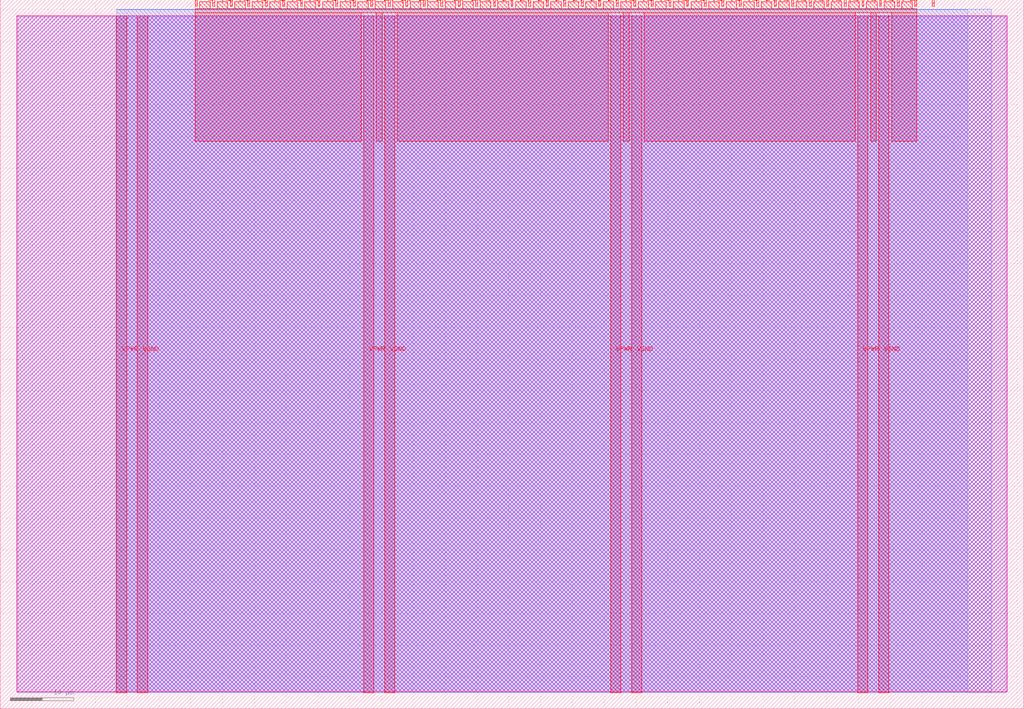
<source format=lef>
VERSION 5.7 ;
  NOWIREEXTENSIONATPIN ON ;
  DIVIDERCHAR "/" ;
  BUSBITCHARS "[]" ;
MACRO tt_um_claudiotalarico_counter
  CLASS BLOCK ;
  FOREIGN tt_um_claudiotalarico_counter ;
  ORIGIN 0.000 0.000 ;
  SIZE 161.000 BY 111.520 ;
  PIN VGND
    DIRECTION INOUT ;
    USE GROUND ;
    PORT
      LAYER met4 ;
        RECT 21.580 2.480 23.180 109.040 ;
    END
    PORT
      LAYER met4 ;
        RECT 60.450 2.480 62.050 109.040 ;
    END
    PORT
      LAYER met4 ;
        RECT 99.320 2.480 100.920 109.040 ;
    END
    PORT
      LAYER met4 ;
        RECT 138.190 2.480 139.790 109.040 ;
    END
  END VGND
  PIN VPWR
    DIRECTION INOUT ;
    USE POWER ;
    PORT
      LAYER met4 ;
        RECT 18.280 2.480 19.880 109.040 ;
    END
    PORT
      LAYER met4 ;
        RECT 57.150 2.480 58.750 109.040 ;
    END
    PORT
      LAYER met4 ;
        RECT 96.020 2.480 97.620 109.040 ;
    END
    PORT
      LAYER met4 ;
        RECT 134.890 2.480 136.490 109.040 ;
    END
  END VPWR
  PIN clk
    DIRECTION INPUT ;
    USE SIGNAL ;
    ANTENNAGATEAREA 0.852000 ;
    PORT
      LAYER met4 ;
        RECT 143.830 110.520 144.130 111.520 ;
    END
  END clk
  PIN ena
    DIRECTION INPUT ;
    USE SIGNAL ;
    PORT
      LAYER met4 ;
        RECT 146.590 110.520 146.890 111.520 ;
    END
  END ena
  PIN rst_n
    DIRECTION INPUT ;
    USE SIGNAL ;
    ANTENNAGATEAREA 0.196500 ;
    PORT
      LAYER met4 ;
        RECT 141.070 110.520 141.370 111.520 ;
    END
  END rst_n
  PIN ui_in[0]
    DIRECTION INPUT ;
    USE SIGNAL ;
    ANTENNAGATEAREA 0.196500 ;
    PORT
      LAYER met4 ;
        RECT 138.310 110.520 138.610 111.520 ;
    END
  END ui_in[0]
  PIN ui_in[1]
    DIRECTION INPUT ;
    USE SIGNAL ;
    ANTENNAGATEAREA 0.196500 ;
    PORT
      LAYER met4 ;
        RECT 135.550 110.520 135.850 111.520 ;
    END
  END ui_in[1]
  PIN ui_in[2]
    DIRECTION INPUT ;
    USE SIGNAL ;
    ANTENNAGATEAREA 0.196500 ;
    PORT
      LAYER met4 ;
        RECT 132.790 110.520 133.090 111.520 ;
    END
  END ui_in[2]
  PIN ui_in[3]
    DIRECTION INPUT ;
    USE SIGNAL ;
    PORT
      LAYER met4 ;
        RECT 130.030 110.520 130.330 111.520 ;
    END
  END ui_in[3]
  PIN ui_in[4]
    DIRECTION INPUT ;
    USE SIGNAL ;
    PORT
      LAYER met4 ;
        RECT 127.270 110.520 127.570 111.520 ;
    END
  END ui_in[4]
  PIN ui_in[5]
    DIRECTION INPUT ;
    USE SIGNAL ;
    PORT
      LAYER met4 ;
        RECT 124.510 110.520 124.810 111.520 ;
    END
  END ui_in[5]
  PIN ui_in[6]
    DIRECTION INPUT ;
    USE SIGNAL ;
    PORT
      LAYER met4 ;
        RECT 121.750 110.520 122.050 111.520 ;
    END
  END ui_in[6]
  PIN ui_in[7]
    DIRECTION INPUT ;
    USE SIGNAL ;
    PORT
      LAYER met4 ;
        RECT 118.990 110.520 119.290 111.520 ;
    END
  END ui_in[7]
  PIN uio_in[0]
    DIRECTION INPUT ;
    USE SIGNAL ;
    PORT
      LAYER met4 ;
        RECT 116.230 110.520 116.530 111.520 ;
    END
  END uio_in[0]
  PIN uio_in[1]
    DIRECTION INPUT ;
    USE SIGNAL ;
    PORT
      LAYER met4 ;
        RECT 113.470 110.520 113.770 111.520 ;
    END
  END uio_in[1]
  PIN uio_in[2]
    DIRECTION INPUT ;
    USE SIGNAL ;
    PORT
      LAYER met4 ;
        RECT 110.710 110.520 111.010 111.520 ;
    END
  END uio_in[2]
  PIN uio_in[3]
    DIRECTION INPUT ;
    USE SIGNAL ;
    PORT
      LAYER met4 ;
        RECT 107.950 110.520 108.250 111.520 ;
    END
  END uio_in[3]
  PIN uio_in[4]
    DIRECTION INPUT ;
    USE SIGNAL ;
    PORT
      LAYER met4 ;
        RECT 105.190 110.520 105.490 111.520 ;
    END
  END uio_in[4]
  PIN uio_in[5]
    DIRECTION INPUT ;
    USE SIGNAL ;
    PORT
      LAYER met4 ;
        RECT 102.430 110.520 102.730 111.520 ;
    END
  END uio_in[5]
  PIN uio_in[6]
    DIRECTION INPUT ;
    USE SIGNAL ;
    PORT
      LAYER met4 ;
        RECT 99.670 110.520 99.970 111.520 ;
    END
  END uio_in[6]
  PIN uio_in[7]
    DIRECTION INPUT ;
    USE SIGNAL ;
    PORT
      LAYER met4 ;
        RECT 96.910 110.520 97.210 111.520 ;
    END
  END uio_in[7]
  PIN uio_oe[0]
    DIRECTION OUTPUT ;
    USE SIGNAL ;
    PORT
      LAYER met4 ;
        RECT 49.990 110.520 50.290 111.520 ;
    END
  END uio_oe[0]
  PIN uio_oe[1]
    DIRECTION OUTPUT ;
    USE SIGNAL ;
    PORT
      LAYER met4 ;
        RECT 47.230 110.520 47.530 111.520 ;
    END
  END uio_oe[1]
  PIN uio_oe[2]
    DIRECTION OUTPUT ;
    USE SIGNAL ;
    PORT
      LAYER met4 ;
        RECT 44.470 110.520 44.770 111.520 ;
    END
  END uio_oe[2]
  PIN uio_oe[3]
    DIRECTION OUTPUT ;
    USE SIGNAL ;
    PORT
      LAYER met4 ;
        RECT 41.710 110.520 42.010 111.520 ;
    END
  END uio_oe[3]
  PIN uio_oe[4]
    DIRECTION OUTPUT ;
    USE SIGNAL ;
    PORT
      LAYER met4 ;
        RECT 38.950 110.520 39.250 111.520 ;
    END
  END uio_oe[4]
  PIN uio_oe[5]
    DIRECTION OUTPUT ;
    USE SIGNAL ;
    PORT
      LAYER met4 ;
        RECT 36.190 110.520 36.490 111.520 ;
    END
  END uio_oe[5]
  PIN uio_oe[6]
    DIRECTION OUTPUT ;
    USE SIGNAL ;
    PORT
      LAYER met4 ;
        RECT 33.430 110.520 33.730 111.520 ;
    END
  END uio_oe[6]
  PIN uio_oe[7]
    DIRECTION OUTPUT ;
    USE SIGNAL ;
    PORT
      LAYER met4 ;
        RECT 30.670 110.520 30.970 111.520 ;
    END
  END uio_oe[7]
  PIN uio_out[0]
    DIRECTION OUTPUT ;
    USE SIGNAL ;
    PORT
      LAYER met4 ;
        RECT 72.070 110.520 72.370 111.520 ;
    END
  END uio_out[0]
  PIN uio_out[1]
    DIRECTION OUTPUT ;
    USE SIGNAL ;
    PORT
      LAYER met4 ;
        RECT 69.310 110.520 69.610 111.520 ;
    END
  END uio_out[1]
  PIN uio_out[2]
    DIRECTION OUTPUT ;
    USE SIGNAL ;
    PORT
      LAYER met4 ;
        RECT 66.550 110.520 66.850 111.520 ;
    END
  END uio_out[2]
  PIN uio_out[3]
    DIRECTION OUTPUT ;
    USE SIGNAL ;
    PORT
      LAYER met4 ;
        RECT 63.790 110.520 64.090 111.520 ;
    END
  END uio_out[3]
  PIN uio_out[4]
    DIRECTION OUTPUT ;
    USE SIGNAL ;
    PORT
      LAYER met4 ;
        RECT 61.030 110.520 61.330 111.520 ;
    END
  END uio_out[4]
  PIN uio_out[5]
    DIRECTION OUTPUT ;
    USE SIGNAL ;
    PORT
      LAYER met4 ;
        RECT 58.270 110.520 58.570 111.520 ;
    END
  END uio_out[5]
  PIN uio_out[6]
    DIRECTION OUTPUT ;
    USE SIGNAL ;
    PORT
      LAYER met4 ;
        RECT 55.510 110.520 55.810 111.520 ;
    END
  END uio_out[6]
  PIN uio_out[7]
    DIRECTION OUTPUT ;
    USE SIGNAL ;
    PORT
      LAYER met4 ;
        RECT 52.750 110.520 53.050 111.520 ;
    END
  END uio_out[7]
  PIN uo_out[0]
    DIRECTION OUTPUT ;
    USE SIGNAL ;
    ANTENNAGATEAREA 1.980000 ;
    ANTENNADIFFAREA 0.891000 ;
    PORT
      LAYER met4 ;
        RECT 94.150 110.520 94.450 111.520 ;
    END
  END uo_out[0]
  PIN uo_out[1]
    DIRECTION OUTPUT ;
    USE SIGNAL ;
    ANTENNAGATEAREA 1.611000 ;
    ANTENNADIFFAREA 0.891000 ;
    PORT
      LAYER met4 ;
        RECT 91.390 110.520 91.690 111.520 ;
    END
  END uo_out[1]
  PIN uo_out[2]
    DIRECTION OUTPUT ;
    USE SIGNAL ;
    ANTENNAGATEAREA 0.990000 ;
    ANTENNADIFFAREA 0.891000 ;
    PORT
      LAYER met4 ;
        RECT 88.630 110.520 88.930 111.520 ;
    END
  END uo_out[2]
  PIN uo_out[3]
    DIRECTION OUTPUT ;
    USE SIGNAL ;
    ANTENNAGATEAREA 0.495000 ;
    ANTENNADIFFAREA 0.891000 ;
    PORT
      LAYER met4 ;
        RECT 85.870 110.520 86.170 111.520 ;
    END
  END uo_out[3]
  PIN uo_out[4]
    DIRECTION OUTPUT ;
    USE SIGNAL ;
    PORT
      LAYER met4 ;
        RECT 83.110 110.520 83.410 111.520 ;
    END
  END uo_out[4]
  PIN uo_out[5]
    DIRECTION OUTPUT ;
    USE SIGNAL ;
    PORT
      LAYER met4 ;
        RECT 80.350 110.520 80.650 111.520 ;
    END
  END uo_out[5]
  PIN uo_out[6]
    DIRECTION OUTPUT ;
    USE SIGNAL ;
    PORT
      LAYER met4 ;
        RECT 77.590 110.520 77.890 111.520 ;
    END
  END uo_out[6]
  PIN uo_out[7]
    DIRECTION OUTPUT ;
    USE SIGNAL ;
    PORT
      LAYER met4 ;
        RECT 74.830 110.520 75.130 111.520 ;
    END
  END uo_out[7]
  OBS
      LAYER nwell ;
        RECT 2.570 2.635 158.430 108.990 ;
      LAYER li1 ;
        RECT 2.760 2.635 158.240 108.885 ;
      LAYER met1 ;
        RECT 2.760 2.480 158.240 109.040 ;
      LAYER met2 ;
        RECT 18.310 2.535 155.840 110.005 ;
      LAYER met3 ;
        RECT 18.290 2.555 152.195 109.985 ;
      LAYER met4 ;
        RECT 31.370 110.120 33.030 111.170 ;
        RECT 34.130 110.120 35.790 111.170 ;
        RECT 36.890 110.120 38.550 111.170 ;
        RECT 39.650 110.120 41.310 111.170 ;
        RECT 42.410 110.120 44.070 111.170 ;
        RECT 45.170 110.120 46.830 111.170 ;
        RECT 47.930 110.120 49.590 111.170 ;
        RECT 50.690 110.120 52.350 111.170 ;
        RECT 53.450 110.120 55.110 111.170 ;
        RECT 56.210 110.120 57.870 111.170 ;
        RECT 58.970 110.120 60.630 111.170 ;
        RECT 61.730 110.120 63.390 111.170 ;
        RECT 64.490 110.120 66.150 111.170 ;
        RECT 67.250 110.120 68.910 111.170 ;
        RECT 70.010 110.120 71.670 111.170 ;
        RECT 72.770 110.120 74.430 111.170 ;
        RECT 75.530 110.120 77.190 111.170 ;
        RECT 78.290 110.120 79.950 111.170 ;
        RECT 81.050 110.120 82.710 111.170 ;
        RECT 83.810 110.120 85.470 111.170 ;
        RECT 86.570 110.120 88.230 111.170 ;
        RECT 89.330 110.120 90.990 111.170 ;
        RECT 92.090 110.120 93.750 111.170 ;
        RECT 94.850 110.120 96.510 111.170 ;
        RECT 97.610 110.120 99.270 111.170 ;
        RECT 100.370 110.120 102.030 111.170 ;
        RECT 103.130 110.120 104.790 111.170 ;
        RECT 105.890 110.120 107.550 111.170 ;
        RECT 108.650 110.120 110.310 111.170 ;
        RECT 111.410 110.120 113.070 111.170 ;
        RECT 114.170 110.120 115.830 111.170 ;
        RECT 116.930 110.120 118.590 111.170 ;
        RECT 119.690 110.120 121.350 111.170 ;
        RECT 122.450 110.120 124.110 111.170 ;
        RECT 125.210 110.120 126.870 111.170 ;
        RECT 127.970 110.120 129.630 111.170 ;
        RECT 130.730 110.120 132.390 111.170 ;
        RECT 133.490 110.120 135.150 111.170 ;
        RECT 136.250 110.120 137.910 111.170 ;
        RECT 139.010 110.120 140.670 111.170 ;
        RECT 141.770 110.120 143.430 111.170 ;
        RECT 30.655 109.440 144.145 110.120 ;
        RECT 30.655 89.255 56.750 109.440 ;
        RECT 59.150 89.255 60.050 109.440 ;
        RECT 62.450 89.255 95.620 109.440 ;
        RECT 98.020 89.255 98.920 109.440 ;
        RECT 101.320 89.255 134.490 109.440 ;
        RECT 136.890 89.255 137.790 109.440 ;
        RECT 140.190 89.255 144.145 109.440 ;
  END
END tt_um_claudiotalarico_counter
END LIBRARY


</source>
